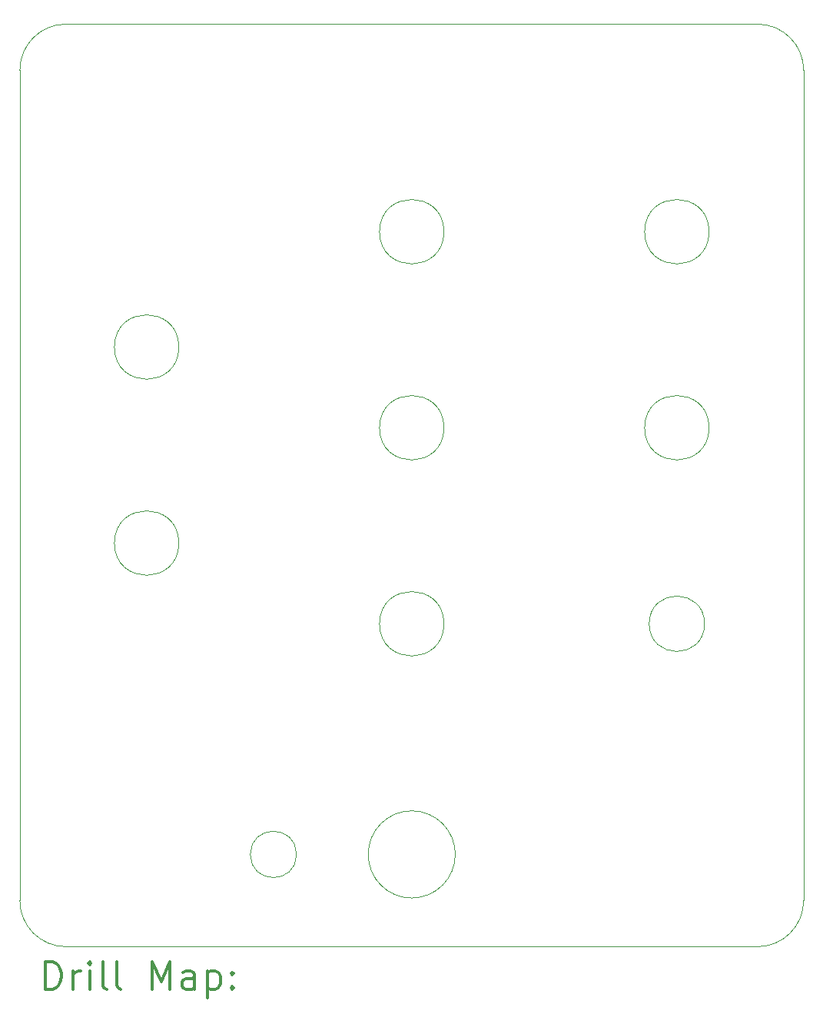
<source format=gbr>
%FSLAX45Y45*%
G04 Gerber Fmt 4.5, Leading zero omitted, Abs format (unit mm)*
G04 Created by KiCad (PCBNEW 5.1.10-88a1d61d58~88~ubuntu20.04.1) date 2021-06-29 16:29:38*
%MOMM*%
%LPD*%
G01*
G04 APERTURE LIST*
%TA.AperFunction,Profile*%
%ADD10C,0.050000*%
%TD*%
%ADD11C,0.200000*%
%ADD12C,0.300000*%
G04 APERTURE END LIST*
D10*
X10415000Y-12700000D02*
G75*
G03*
X10415000Y-12700000I-255000J0D01*
G01*
X12164000Y-12700000D02*
G75*
G03*
X12164000Y-12700000I-480000J0D01*
G01*
X12039000Y-10160000D02*
G75*
G03*
X12039000Y-10160000I-355000J0D01*
G01*
X9118000Y-9271000D02*
G75*
G03*
X9118000Y-9271000I-355000J0D01*
G01*
X14910000Y-10160000D02*
G75*
G03*
X14910000Y-10160000I-305000J0D01*
G01*
X14960000Y-8001000D02*
G75*
G03*
X14960000Y-8001000I-355000J0D01*
G01*
X12039000Y-8001000D02*
G75*
G03*
X12039000Y-8001000I-355000J0D01*
G01*
X9118000Y-7112000D02*
G75*
G03*
X9118000Y-7112000I-355000J0D01*
G01*
X12039000Y-5842000D02*
G75*
G03*
X12039000Y-5842000I-355000J0D01*
G01*
X14960000Y-5842000D02*
G75*
G03*
X14960000Y-5842000I-355000J0D01*
G01*
X15494000Y-3556000D02*
G75*
G02*
X16002000Y-4064000I0J-508000D01*
G01*
X16002000Y-13208000D02*
G75*
G02*
X15494000Y-13716000I-508000J0D01*
G01*
X7874000Y-13716000D02*
G75*
G02*
X7366000Y-13208000I0J508000D01*
G01*
X7366000Y-4064000D02*
G75*
G02*
X7874000Y-3556000I508000J0D01*
G01*
X15494000Y-3556000D02*
X7874000Y-3556000D01*
X16002000Y-13208000D02*
X16002000Y-4064000D01*
X7874000Y-13716000D02*
X15494000Y-13716000D01*
X7366000Y-4064000D02*
X7366000Y-13208000D01*
D11*
D12*
X7649928Y-14184214D02*
X7649928Y-13884214D01*
X7721357Y-13884214D01*
X7764214Y-13898500D01*
X7792786Y-13927071D01*
X7807071Y-13955643D01*
X7821357Y-14012786D01*
X7821357Y-14055643D01*
X7807071Y-14112786D01*
X7792786Y-14141357D01*
X7764214Y-14169929D01*
X7721357Y-14184214D01*
X7649928Y-14184214D01*
X7949928Y-14184214D02*
X7949928Y-13984214D01*
X7949928Y-14041357D02*
X7964214Y-14012786D01*
X7978500Y-13998500D01*
X8007071Y-13984214D01*
X8035643Y-13984214D01*
X8135643Y-14184214D02*
X8135643Y-13984214D01*
X8135643Y-13884214D02*
X8121357Y-13898500D01*
X8135643Y-13912786D01*
X8149928Y-13898500D01*
X8135643Y-13884214D01*
X8135643Y-13912786D01*
X8321357Y-14184214D02*
X8292786Y-14169929D01*
X8278500Y-14141357D01*
X8278500Y-13884214D01*
X8478500Y-14184214D02*
X8449928Y-14169929D01*
X8435643Y-14141357D01*
X8435643Y-13884214D01*
X8821357Y-14184214D02*
X8821357Y-13884214D01*
X8921357Y-14098500D01*
X9021357Y-13884214D01*
X9021357Y-14184214D01*
X9292786Y-14184214D02*
X9292786Y-14027071D01*
X9278500Y-13998500D01*
X9249928Y-13984214D01*
X9192786Y-13984214D01*
X9164214Y-13998500D01*
X9292786Y-14169929D02*
X9264214Y-14184214D01*
X9192786Y-14184214D01*
X9164214Y-14169929D01*
X9149928Y-14141357D01*
X9149928Y-14112786D01*
X9164214Y-14084214D01*
X9192786Y-14069929D01*
X9264214Y-14069929D01*
X9292786Y-14055643D01*
X9435643Y-13984214D02*
X9435643Y-14284214D01*
X9435643Y-13998500D02*
X9464214Y-13984214D01*
X9521357Y-13984214D01*
X9549928Y-13998500D01*
X9564214Y-14012786D01*
X9578500Y-14041357D01*
X9578500Y-14127071D01*
X9564214Y-14155643D01*
X9549928Y-14169929D01*
X9521357Y-14184214D01*
X9464214Y-14184214D01*
X9435643Y-14169929D01*
X9707071Y-14155643D02*
X9721357Y-14169929D01*
X9707071Y-14184214D01*
X9692786Y-14169929D01*
X9707071Y-14155643D01*
X9707071Y-14184214D01*
X9707071Y-13998500D02*
X9721357Y-14012786D01*
X9707071Y-14027071D01*
X9692786Y-14012786D01*
X9707071Y-13998500D01*
X9707071Y-14027071D01*
M02*

</source>
